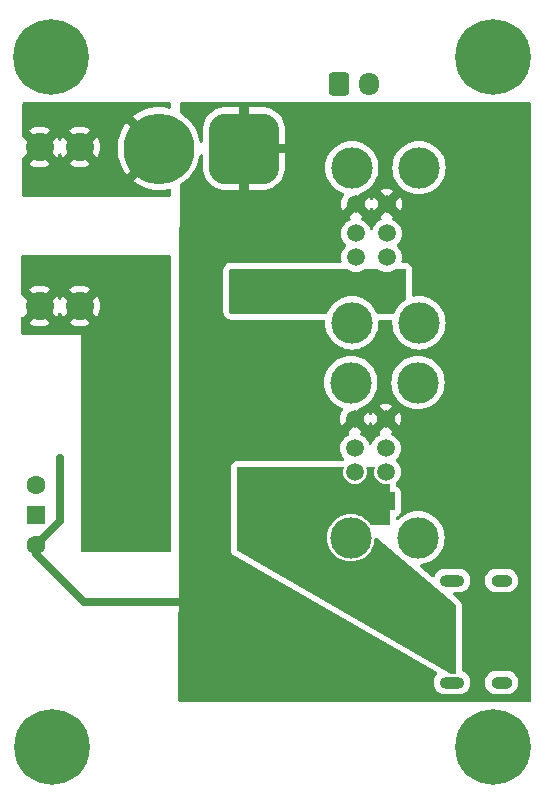
<source format=gbr>
%TF.GenerationSoftware,KiCad,Pcbnew,8.0.3*%
%TF.CreationDate,2024-06-19T16:29:22+09:00*%
%TF.ProjectId,USB_power,5553425f-706f-4776-9572-2e6b69636164,rev?*%
%TF.SameCoordinates,PX77e7cd0PY83695b8*%
%TF.FileFunction,Copper,L2,Bot*%
%TF.FilePolarity,Positive*%
%FSLAX46Y46*%
G04 Gerber Fmt 4.6, Leading zero omitted, Abs format (unit mm)*
G04 Created by KiCad (PCBNEW 8.0.3) date 2024-06-19 16:29:22*
%MOMM*%
%LPD*%
G01*
G04 APERTURE LIST*
G04 Aperture macros list*
%AMRoundRect*
0 Rectangle with rounded corners*
0 $1 Rounding radius*
0 $2 $3 $4 $5 $6 $7 $8 $9 X,Y pos of 4 corners*
0 Add a 4 corners polygon primitive as box body*
4,1,4,$2,$3,$4,$5,$6,$7,$8,$9,$2,$3,0*
0 Add four circle primitives for the rounded corners*
1,1,$1+$1,$2,$3*
1,1,$1+$1,$4,$5*
1,1,$1+$1,$6,$7*
1,1,$1+$1,$8,$9*
0 Add four rect primitives between the rounded corners*
20,1,$1+$1,$2,$3,$4,$5,0*
20,1,$1+$1,$4,$5,$6,$7,0*
20,1,$1+$1,$6,$7,$8,$9,0*
20,1,$1+$1,$8,$9,$2,$3,0*%
G04 Aperture macros list end*
%TA.AperFunction,ComponentPad*%
%ADD10C,0.800000*%
%TD*%
%TA.AperFunction,ComponentPad*%
%ADD11C,6.400000*%
%TD*%
%TA.AperFunction,ComponentPad*%
%ADD12C,1.600000*%
%TD*%
%TA.AperFunction,ComponentPad*%
%ADD13R,1.500000X1.500000*%
%TD*%
%TA.AperFunction,ComponentPad*%
%ADD14C,2.400000*%
%TD*%
%TA.AperFunction,ComponentPad*%
%ADD15O,1.800000X1.000000*%
%TD*%
%TA.AperFunction,ComponentPad*%
%ADD16O,2.100000X1.000000*%
%TD*%
%TA.AperFunction,ComponentPad*%
%ADD17O,1.700000X1.950000*%
%TD*%
%TA.AperFunction,ComponentPad*%
%ADD18RoundRect,0.250000X-0.600000X-0.725000X0.600000X-0.725000X0.600000X0.725000X-0.600000X0.725000X0*%
%TD*%
%TA.AperFunction,ComponentPad*%
%ADD19C,3.500000*%
%TD*%
%TA.AperFunction,ComponentPad*%
%ADD20C,1.500000*%
%TD*%
%TA.AperFunction,ComponentPad*%
%ADD21C,6.000000*%
%TD*%
%TA.AperFunction,ComponentPad*%
%ADD22RoundRect,1.500000X1.500000X1.500000X-1.500000X1.500000X-1.500000X-1.500000X1.500000X-1.500000X0*%
%TD*%
%TA.AperFunction,ViaPad*%
%ADD23C,0.600000*%
%TD*%
%TA.AperFunction,ViaPad*%
%ADD24C,1.200000*%
%TD*%
%TA.AperFunction,Conductor*%
%ADD25C,0.635000*%
%TD*%
G04 APERTURE END LIST*
D10*
%TO.P,H4,1*%
%TO.N,N/C*%
X1490944Y3856056D03*
X2193888Y5553112D03*
X2193888Y2159000D03*
X3890944Y6256056D03*
D11*
X3890944Y3856056D03*
D10*
X3890944Y1456056D03*
X5588000Y5553112D03*
X5588000Y2159000D03*
X6290944Y3856056D03*
%TD*%
%TO.P,H3,1*%
%TO.N,N/C*%
X38875000Y3810000D03*
X39577944Y5507056D03*
X39577944Y2112944D03*
X41275000Y6210000D03*
D11*
X41275000Y3810000D03*
D10*
X41275000Y1410000D03*
X42972056Y5507056D03*
X42972056Y2112944D03*
X43675000Y3810000D03*
%TD*%
%TO.P,H2,1*%
%TO.N,N/C*%
X38875000Y62230000D03*
X39577944Y63927056D03*
X39577944Y60532944D03*
X41275000Y64630000D03*
D11*
X41275000Y62230000D03*
D10*
X41275000Y59830000D03*
X42972056Y63927056D03*
X42972056Y60532944D03*
X43675000Y62230000D03*
%TD*%
%TO.P,H1,1*%
%TO.N,N/C*%
X1410000Y62230000D03*
X2112944Y63927056D03*
X2112944Y60532944D03*
X3810000Y64630000D03*
D11*
X3810000Y62230000D03*
D10*
X3810000Y59830000D03*
X5507056Y63927056D03*
X5507056Y60532944D03*
X6210000Y62230000D03*
%TD*%
D12*
%TO.P,SW1,3,A*%
%TO.N,Net-(SW1-A)*%
X2540000Y26035000D03*
%TO.P,SW1,2,C*%
%TO.N,GND*%
X2540000Y20955000D03*
D13*
%TO.P,SW1,1,B*%
%TO.N,CTRL*%
X2540000Y23495000D03*
%TD*%
D14*
%TO.P,F1,2*%
%TO.N,+BATT*%
X6272000Y54618000D03*
X2872000Y54618000D03*
%TO.P,F1,1*%
%TO.N,Battery*%
X6272000Y41148000D03*
X2872000Y41148000D03*
%TD*%
D15*
%TO.P,J4,S1,SHIELD*%
%TO.N,unconnected-(J4-SHIELD-PadS1)_1*%
X41969000Y17909000D03*
D16*
%TO.N,unconnected-(J4-SHIELD-PadS1)*%
X37789000Y17909000D03*
D15*
%TO.N,unconnected-(J4-SHIELD-PadS1)_0*%
X41969000Y9269000D03*
D16*
%TO.N,unconnected-(J4-SHIELD-PadS1)_2*%
X37789000Y9269000D03*
%TD*%
D17*
%TO.P,J3,2,Pin_2*%
%TO.N,+BATT*%
X30739518Y59938482D03*
D18*
%TO.P,J3,1,Pin_1*%
%TO.N,GND*%
X28239518Y59938482D03*
%TD*%
D19*
%TO.P,J2,9,Shield*%
%TO.N,unconnected-(J2-Shield-Pad9)_2*%
X29293518Y52863482D03*
%TO.N,unconnected-(J2-Shield-Pad9)_0*%
X29293518Y39723482D03*
%TO.N,unconnected-(J2-Shield-Pad9)_1*%
X34973518Y52863482D03*
%TO.N,unconnected-(J2-Shield-Pad9)*%
X34973518Y39723482D03*
D20*
%TO.P,J2,8,GND2*%
%TO.N,GND*%
X29643518Y49793482D03*
%TO.P,J2,7,D2+*%
%TO.N,unconnected-(J2-D2+-Pad7)*%
X29643518Y47293482D03*
%TO.P,J2,6,D2-*%
%TO.N,unconnected-(J2-D2--Pad6)*%
X29643518Y45293482D03*
%TO.P,J2,5,VBUS2*%
%TO.N,+5VP*%
X29643518Y42793482D03*
%TO.P,J2,4,GND1*%
%TO.N,GND*%
X32263518Y49793482D03*
%TO.P,J2,3,D1+*%
%TO.N,unconnected-(J2-D1+-Pad3)*%
X32263518Y47293482D03*
%TO.P,J2,2,D1-*%
%TO.N,unconnected-(J2-D1--Pad2)*%
X32263518Y45293482D03*
D13*
%TO.P,J2,1,VBUS1*%
%TO.N,+5VP*%
X32263518Y42793482D03*
%TD*%
D21*
%TO.P,J1,2,Pin_2*%
%TO.N,+BATT*%
X12959518Y54477482D03*
D22*
%TO.P,J1,1,Pin_1*%
%TO.N,GND*%
X20159518Y54477482D03*
%TD*%
D19*
%TO.P,J5,9,Shield*%
%TO.N,unconnected-(J5-Shield-Pad9)*%
X29210000Y34671000D03*
%TO.N,unconnected-(J5-Shield-Pad9)_0*%
X29210000Y21531000D03*
%TO.N,unconnected-(J5-Shield-Pad9)_2*%
X34890000Y34671000D03*
%TO.N,unconnected-(J5-Shield-Pad9)_1*%
X34890000Y21531000D03*
D20*
%TO.P,J5,8,GND2*%
%TO.N,GND*%
X29560000Y31601000D03*
%TO.P,J5,7,D2+*%
%TO.N,unconnected-(J5-D2+-Pad7)*%
X29560000Y29101000D03*
%TO.P,J5,6,D2-*%
%TO.N,unconnected-(J5-D2--Pad6)*%
X29560000Y27101000D03*
%TO.P,J5,5,VBUS2*%
%TO.N,+5V*%
X29560000Y24601000D03*
%TO.P,J5,4,GND1*%
%TO.N,GND*%
X32180000Y31601000D03*
%TO.P,J5,3,D1+*%
%TO.N,unconnected-(J5-D1+-Pad3)*%
X32180000Y29101000D03*
%TO.P,J5,2,D1-*%
%TO.N,unconnected-(J5-D1--Pad2)*%
X32180000Y27101000D03*
D13*
%TO.P,J5,1,VBUS1*%
%TO.N,+5V*%
X32180000Y24601000D03*
%TD*%
D23*
%TO.N,Battery*%
X7112000Y44577000D03*
X5080000Y44577000D03*
X3048000Y44577000D03*
X3048000Y39243000D03*
X5080000Y39243000D03*
X7112000Y38735000D03*
X7620000Y31877000D03*
X7620000Y33401000D03*
X7620000Y34925000D03*
%TO.N,GND*%
X4572000Y28321000D03*
%TO.N,Battery*%
X12954000Y35814000D03*
X12954000Y37592000D03*
X12954000Y34036000D03*
%TO.N,GND*%
X15494000Y9271000D03*
X18034000Y9271000D03*
X20574000Y9271000D03*
%TO.N,+5VP*%
X32258000Y41021000D03*
X27051000Y41275000D03*
X27305000Y43307000D03*
%TO.N,GND*%
X17653000Y34925000D03*
X17658518Y39364482D03*
D24*
X40899518Y16129000D03*
D23*
X17526000Y20193000D03*
D24*
X39248518Y11303000D03*
D23*
X27686000Y9779000D03*
X20325518Y28823482D03*
X17785518Y28823482D03*
X22606000Y16891000D03*
D24*
X39223118Y16129000D03*
D23*
X27686000Y11811000D03*
D24*
X40899518Y11303000D03*
D23*
X22606000Y14351000D03*
D24*
X31755518Y9011482D03*
D23*
X25146000Y14351000D03*
D24*
X42677518Y11303000D03*
D23*
X17658518Y36316482D03*
D24*
X35311518Y9011482D03*
X42677518Y16129000D03*
X33533518Y9011482D03*
D23*
X17526000Y21717000D03*
X17526000Y18669000D03*
X17526000Y17145000D03*
X17658518Y37840482D03*
%TO.N,Battery*%
X12954000Y21463000D03*
X9398000Y21463000D03*
X13081000Y28823482D03*
X9144000Y27559000D03*
X11176000Y39243000D03*
X9398000Y39243000D03*
X12954000Y39243000D03*
X11176000Y21463000D03*
X9144000Y26289000D03*
D24*
%TO.N,+5V*%
X35306000Y12319000D03*
D23*
X22606000Y25019000D03*
X25146000Y22479000D03*
X32766000Y17399000D03*
X25146000Y19939000D03*
X22606000Y22479000D03*
X30226000Y17399000D03*
X22606000Y19939000D03*
X25146000Y25019000D03*
X27686000Y17399000D03*
X30226000Y14859000D03*
D24*
X35311518Y14726482D03*
D23*
X32766000Y14859000D03*
%TD*%
D25*
%TO.N,GND*%
X4572000Y22987000D02*
X2540000Y20955000D01*
X4572000Y28321000D02*
X4572000Y22987000D01*
X16510000Y16129000D02*
X17526000Y17145000D01*
X6604000Y16129000D02*
X16510000Y16129000D01*
X2540000Y20955000D02*
X2540000Y20193000D01*
X2540000Y20193000D02*
X6604000Y16129000D01*
X17526000Y17145000D02*
X17526000Y21717000D01*
%TD*%
%TA.AperFunction,Conductor*%
%TO.N,GND*%
G36*
X44398544Y58400315D02*
G01*
X44444299Y58347511D01*
X44455504Y58295990D01*
X44453061Y35798666D01*
X44450013Y7743965D01*
X44430321Y7676927D01*
X44377512Y7631178D01*
X44326036Y7619978D01*
X14734838Y7614505D01*
X14667795Y7634177D01*
X14622030Y7686973D01*
X14610815Y7738801D01*
X14646532Y22676120D01*
X19052500Y22676120D01*
X19052500Y20518716D01*
X19061352Y20444909D01*
X19066838Y20399175D01*
X19080709Y20342186D01*
X19122915Y20229416D01*
X19173902Y20158045D01*
X19206551Y20112342D01*
X19254843Y20061848D01*
X19368072Y19973080D01*
X19368078Y19973077D01*
X19368080Y19973075D01*
X36468532Y10134459D01*
X36516824Y10083965D01*
X36530150Y10015378D01*
X36504280Y9950474D01*
X36494376Y9939299D01*
X36461864Y9906787D01*
X36461860Y9906782D01*
X36352371Y9742921D01*
X36352364Y9742908D01*
X36276950Y9560840D01*
X36276947Y9560830D01*
X36238500Y9367544D01*
X36238500Y9367541D01*
X36238500Y9170459D01*
X36238500Y9170457D01*
X36238499Y9170457D01*
X36276947Y8977171D01*
X36276950Y8977161D01*
X36352364Y8795093D01*
X36352371Y8795080D01*
X36461860Y8631219D01*
X36461863Y8631215D01*
X36601214Y8491864D01*
X36601218Y8491861D01*
X36765079Y8382372D01*
X36765092Y8382365D01*
X36947160Y8306951D01*
X36947165Y8306949D01*
X36947169Y8306949D01*
X36947170Y8306948D01*
X37140456Y8268500D01*
X37140459Y8268500D01*
X38437543Y8268500D01*
X38567582Y8294368D01*
X38630835Y8306949D01*
X38812914Y8382368D01*
X38976782Y8491861D01*
X39116139Y8631218D01*
X39225632Y8795086D01*
X39301051Y8977165D01*
X39339500Y9170457D01*
X40568499Y9170457D01*
X40606947Y8977171D01*
X40606950Y8977161D01*
X40682364Y8795093D01*
X40682371Y8795080D01*
X40791860Y8631219D01*
X40791863Y8631215D01*
X40931214Y8491864D01*
X40931218Y8491861D01*
X41095079Y8382372D01*
X41095092Y8382365D01*
X41277160Y8306951D01*
X41277165Y8306949D01*
X41277169Y8306949D01*
X41277170Y8306948D01*
X41470456Y8268500D01*
X41470459Y8268500D01*
X42467543Y8268500D01*
X42597582Y8294368D01*
X42660835Y8306949D01*
X42842914Y8382368D01*
X43006782Y8491861D01*
X43146139Y8631218D01*
X43255632Y8795086D01*
X43331051Y8977165D01*
X43369500Y9170459D01*
X43369500Y9367541D01*
X43369500Y9367544D01*
X43331052Y9560830D01*
X43331051Y9560831D01*
X43331051Y9560835D01*
X43331049Y9560840D01*
X43255635Y9742908D01*
X43255628Y9742921D01*
X43146139Y9906782D01*
X43146136Y9906786D01*
X43006785Y10046137D01*
X43006781Y10046140D01*
X42842920Y10155629D01*
X42842907Y10155636D01*
X42660839Y10231050D01*
X42660829Y10231053D01*
X42467543Y10269500D01*
X42467541Y10269500D01*
X41470459Y10269500D01*
X41470457Y10269500D01*
X41277170Y10231053D01*
X41277160Y10231050D01*
X41095092Y10155636D01*
X41095079Y10155629D01*
X40931218Y10046140D01*
X40931214Y10046137D01*
X40791863Y9906786D01*
X40791860Y9906782D01*
X40682371Y9742921D01*
X40682364Y9742908D01*
X40606950Y9560840D01*
X40606947Y9560830D01*
X40568500Y9367544D01*
X40568500Y9367541D01*
X40568500Y9170459D01*
X40568500Y9170457D01*
X40568499Y9170457D01*
X39339500Y9170457D01*
X39339500Y9170459D01*
X39339500Y9367541D01*
X39339500Y9367544D01*
X39301052Y9560830D01*
X39301051Y9560831D01*
X39301051Y9560835D01*
X39301049Y9560840D01*
X39225635Y9742908D01*
X39225628Y9742921D01*
X39116139Y9906782D01*
X39116136Y9906786D01*
X38976785Y10046137D01*
X38976781Y10046140D01*
X38812920Y10155629D01*
X38812911Y10155634D01*
X38682047Y10209839D01*
X38627644Y10253680D01*
X38605579Y10319974D01*
X38605500Y10324400D01*
X38605500Y15817389D01*
X38599875Y15892577D01*
X38599872Y15892603D01*
X38599872Y15892606D01*
X38594380Y15929102D01*
X38577616Y16002666D01*
X38577614Y16002671D01*
X38516131Y16132742D01*
X38477583Y16191022D01*
X38381946Y16298504D01*
X37918272Y16689729D01*
X37879729Y16748004D01*
X37878811Y16817868D01*
X37915810Y16877138D01*
X37978978Y16906995D01*
X37998237Y16908500D01*
X38437543Y16908500D01*
X38567582Y16934368D01*
X38630835Y16946949D01*
X38812914Y17022368D01*
X38976782Y17131861D01*
X39116139Y17271218D01*
X39225632Y17435086D01*
X39301051Y17617165D01*
X39339500Y17810457D01*
X40568499Y17810457D01*
X40606947Y17617171D01*
X40606950Y17617161D01*
X40682364Y17435093D01*
X40682371Y17435080D01*
X40791860Y17271219D01*
X40791863Y17271215D01*
X40931214Y17131864D01*
X40931218Y17131861D01*
X41095079Y17022372D01*
X41095092Y17022365D01*
X41277160Y16946951D01*
X41277165Y16946949D01*
X41277169Y16946949D01*
X41277170Y16946948D01*
X41470456Y16908500D01*
X41470459Y16908500D01*
X42467543Y16908500D01*
X42597582Y16934368D01*
X42660835Y16946949D01*
X42842914Y17022368D01*
X43006782Y17131861D01*
X43146139Y17271218D01*
X43255632Y17435086D01*
X43331051Y17617165D01*
X43369500Y17810459D01*
X43369500Y18007541D01*
X43369500Y18007544D01*
X43331052Y18200830D01*
X43331051Y18200831D01*
X43331051Y18200835D01*
X43304897Y18263978D01*
X43255635Y18382908D01*
X43255628Y18382921D01*
X43146139Y18546782D01*
X43146136Y18546786D01*
X43006785Y18686137D01*
X43006781Y18686140D01*
X42842920Y18795629D01*
X42842907Y18795636D01*
X42660839Y18871050D01*
X42660829Y18871053D01*
X42467543Y18909500D01*
X42467541Y18909500D01*
X41470459Y18909500D01*
X41470457Y18909500D01*
X41277170Y18871053D01*
X41277160Y18871050D01*
X41095092Y18795636D01*
X41095079Y18795629D01*
X40931218Y18686140D01*
X40931214Y18686137D01*
X40791863Y18546786D01*
X40791860Y18546782D01*
X40682371Y18382921D01*
X40682364Y18382908D01*
X40606950Y18200840D01*
X40606947Y18200830D01*
X40568500Y18007544D01*
X40568500Y18007541D01*
X40568500Y17810459D01*
X40568500Y17810457D01*
X40568499Y17810457D01*
X39339500Y17810457D01*
X39339500Y17810459D01*
X39339500Y18007541D01*
X39339500Y18007544D01*
X39301052Y18200830D01*
X39301051Y18200831D01*
X39301051Y18200835D01*
X39274897Y18263978D01*
X39225635Y18382908D01*
X39225628Y18382921D01*
X39116139Y18546782D01*
X39116136Y18546786D01*
X38976785Y18686137D01*
X38976781Y18686140D01*
X38812920Y18795629D01*
X38812907Y18795636D01*
X38630839Y18871050D01*
X38630829Y18871053D01*
X38437543Y18909500D01*
X38437541Y18909500D01*
X37140459Y18909500D01*
X37140457Y18909500D01*
X36947170Y18871053D01*
X36947160Y18871050D01*
X36765092Y18795636D01*
X36765079Y18795629D01*
X36601218Y18686140D01*
X36601214Y18686137D01*
X36461863Y18546786D01*
X36461860Y18546782D01*
X36352371Y18382921D01*
X36352364Y18382908D01*
X36303103Y18263978D01*
X36259262Y18209574D01*
X36192968Y18187509D01*
X36125269Y18204788D01*
X36108578Y18216658D01*
X35091210Y19075063D01*
X35052666Y19133339D01*
X35051748Y19203203D01*
X35088747Y19262473D01*
X35151915Y19292330D01*
X35163046Y19293568D01*
X35184380Y19294966D01*
X35473722Y19352519D01*
X35753077Y19447348D01*
X36017665Y19577828D01*
X36262957Y19741727D01*
X36484758Y19936242D01*
X36679273Y20158043D01*
X36843172Y20403335D01*
X36973652Y20667923D01*
X37068481Y20947278D01*
X37126034Y21236620D01*
X37131059Y21313288D01*
X37145329Y21530993D01*
X37145329Y21531008D01*
X37126035Y21825364D01*
X37126034Y21825380D01*
X37068481Y22114722D01*
X36973652Y22394077D01*
X36843172Y22658664D01*
X36831508Y22676120D01*
X36762500Y22779399D01*
X36679273Y22903957D01*
X36636655Y22952553D01*
X36484758Y23125759D01*
X36262955Y23320275D01*
X36017667Y23484171D01*
X36017660Y23484175D01*
X35753080Y23614651D01*
X35473730Y23709479D01*
X35473724Y23709481D01*
X35473722Y23709481D01*
X35184380Y23767034D01*
X35184373Y23767035D01*
X35184363Y23767036D01*
X34890007Y23786329D01*
X34889993Y23786329D01*
X34595636Y23767036D01*
X34595624Y23767035D01*
X34595620Y23767034D01*
X34595612Y23767033D01*
X34595609Y23767032D01*
X34306283Y23709482D01*
X34306269Y23709479D01*
X34026919Y23614651D01*
X33762334Y23484172D01*
X33517041Y23320272D01*
X33295241Y23125759D01*
X33234728Y23056756D01*
X33175726Y23019332D01*
X33105858Y23019748D01*
X33047305Y23057872D01*
X33018659Y23121599D01*
X33017500Y23138515D01*
X33017500Y23263361D01*
X33037185Y23330400D01*
X33089989Y23376155D01*
X33098168Y23379543D01*
X33172326Y23407202D01*
X33172326Y23407203D01*
X33172331Y23407204D01*
X33287546Y23493454D01*
X33373796Y23608669D01*
X33424091Y23743517D01*
X33430500Y23803127D01*
X33430499Y25398872D01*
X33424091Y25458483D01*
X33373796Y25593331D01*
X33373795Y25593332D01*
X33373793Y25593336D01*
X33287547Y25708545D01*
X33287544Y25708548D01*
X33172335Y25794794D01*
X33172328Y25794798D01*
X33098167Y25822458D01*
X33042233Y25864329D01*
X33017816Y25929794D01*
X33017500Y25938640D01*
X33017500Y25991539D01*
X33017499Y25991554D01*
X33004665Y26088479D01*
X33015379Y26157522D01*
X33039907Y26192434D01*
X33141598Y26294123D01*
X33267102Y26473361D01*
X33359575Y26671670D01*
X33416207Y26883023D01*
X33435277Y27101000D01*
X33416207Y27318977D01*
X33359575Y27530330D01*
X33267102Y27728638D01*
X33267100Y27728641D01*
X33267099Y27728643D01*
X33141597Y27907879D01*
X33036156Y28013320D01*
X33002671Y28074643D01*
X33007655Y28144335D01*
X33036152Y28188678D01*
X33141598Y28294123D01*
X33267102Y28473361D01*
X33359575Y28671670D01*
X33416207Y28883023D01*
X33435277Y29101000D01*
X33416207Y29318977D01*
X33359575Y29530330D01*
X33267102Y29728638D01*
X33267100Y29728641D01*
X33267099Y29728643D01*
X33141599Y29907876D01*
X33141596Y29907879D01*
X32986877Y30062598D01*
X32807639Y30188102D01*
X32807640Y30188102D01*
X32807638Y30188103D01*
X32698714Y30238895D01*
X32646275Y30285068D01*
X32627123Y30352261D01*
X32647339Y30419142D01*
X32698715Y30463659D01*
X32734820Y30480495D01*
X32180001Y31035315D01*
X32180000Y31035315D01*
X31625178Y30480495D01*
X31661284Y30463659D01*
X31713724Y30417487D01*
X31732876Y30350294D01*
X31712661Y30283412D01*
X31661286Y30238895D01*
X31552358Y30188100D01*
X31552357Y30188100D01*
X31373121Y30062598D01*
X31218402Y29907879D01*
X31092900Y29728643D01*
X31092898Y29728639D01*
X31000426Y29530332D01*
X31000423Y29530326D01*
X30989775Y29490584D01*
X30953410Y29430924D01*
X30890563Y29400395D01*
X30821187Y29408690D01*
X30767310Y29453175D01*
X30750225Y29490584D01*
X30739576Y29530326D01*
X30739575Y29530330D01*
X30647102Y29728638D01*
X30647100Y29728641D01*
X30647099Y29728643D01*
X30521599Y29907876D01*
X30521596Y29907879D01*
X30366877Y30062598D01*
X30187639Y30188102D01*
X30187640Y30188102D01*
X30187638Y30188103D01*
X30078714Y30238895D01*
X30026275Y30285068D01*
X30007123Y30352261D01*
X30027339Y30419142D01*
X30078715Y30463659D01*
X30114820Y30480495D01*
X29560001Y31035315D01*
X29560000Y31035315D01*
X29005178Y30480495D01*
X29041284Y30463659D01*
X29093724Y30417487D01*
X29112876Y30350294D01*
X29092661Y30283412D01*
X29041286Y30238895D01*
X28932358Y30188100D01*
X28932357Y30188100D01*
X28753121Y30062598D01*
X28598402Y29907879D01*
X28472900Y29728643D01*
X28472898Y29728639D01*
X28380426Y29530332D01*
X28380422Y29530323D01*
X28323793Y29318980D01*
X28323793Y29318976D01*
X28304723Y29101003D01*
X28304723Y29100998D01*
X28323793Y28883025D01*
X28323793Y28883021D01*
X28380422Y28671678D01*
X28380424Y28671674D01*
X28380425Y28671670D01*
X28426661Y28572516D01*
X28472897Y28473362D01*
X28472898Y28473361D01*
X28598402Y28294123D01*
X28598405Y28294120D01*
X28598406Y28294119D01*
X28621982Y28270543D01*
X28655467Y28209220D01*
X28650483Y28139528D01*
X28608611Y28083595D01*
X28543147Y28059178D01*
X28516655Y28060124D01*
X28486219Y28064500D01*
X28486218Y28064500D01*
X19687518Y28064500D01*
X19687509Y28064500D01*
X19687508Y28064499D01*
X19580067Y28052948D01*
X19580055Y28052946D01*
X19528545Y28041740D01*
X19426020Y28007617D01*
X19426014Y28007614D01*
X19304980Y27929829D01*
X19304969Y27929821D01*
X19252177Y27884077D01*
X19157951Y27775336D01*
X19157948Y27775332D01*
X19098182Y27644466D01*
X19078494Y27577418D01*
X19058018Y27434999D01*
X19058018Y22723369D01*
X19056756Y22705724D01*
X19052500Y22676120D01*
X14646532Y22676120D01*
X14675213Y34671008D01*
X26954671Y34671008D01*
X26954671Y34670993D01*
X26973964Y34376637D01*
X26973965Y34376627D01*
X26973966Y34376620D01*
X26973968Y34376610D01*
X27031518Y34087284D01*
X27031521Y34087270D01*
X27126349Y33807920D01*
X27256825Y33543340D01*
X27256829Y33543333D01*
X27420725Y33298045D01*
X27615241Y33076242D01*
X27837044Y32881726D01*
X27904411Y32836713D01*
X28082335Y32717828D01*
X28346923Y32587348D01*
X28459447Y32549151D01*
X28495604Y32536877D01*
X28552758Y32496688D01*
X28579111Y32431979D01*
X28566296Y32363294D01*
X28557320Y32348335D01*
X28473336Y32228392D01*
X28473333Y32228388D01*
X28380898Y32030160D01*
X28380894Y32030151D01*
X28324289Y31818895D01*
X28324287Y31818885D01*
X28305225Y31601001D01*
X28305225Y31601000D01*
X28324287Y31383116D01*
X28324289Y31383106D01*
X28380894Y31171850D01*
X28380898Y31171841D01*
X28439494Y31046181D01*
X29116517Y31723205D01*
X29100000Y31661560D01*
X29100000Y31540440D01*
X29131349Y31423447D01*
X29191909Y31318554D01*
X29277554Y31232909D01*
X29382447Y31172349D01*
X29499440Y31141000D01*
X29620560Y31141000D01*
X29737553Y31172349D01*
X29842446Y31232909D01*
X29928091Y31318554D01*
X29988651Y31423447D01*
X30020000Y31540440D01*
X30020000Y31601000D01*
X30125685Y31601000D01*
X30680505Y31046180D01*
X30739102Y31171841D01*
X30739105Y31171850D01*
X30750225Y31213350D01*
X30786589Y31273010D01*
X30849436Y31303540D01*
X30918812Y31295246D01*
X30972690Y31250761D01*
X30989775Y31213350D01*
X31000894Y31171850D01*
X31000898Y31171841D01*
X31059494Y31046181D01*
X31614314Y31601000D01*
X31553754Y31661560D01*
X31720000Y31661560D01*
X31720000Y31540440D01*
X31751349Y31423447D01*
X31811909Y31318554D01*
X31897554Y31232909D01*
X32002447Y31172349D01*
X32119440Y31141000D01*
X32240560Y31141000D01*
X32357553Y31172349D01*
X32462446Y31232909D01*
X32548091Y31318554D01*
X32608651Y31423447D01*
X32640000Y31540440D01*
X32640000Y31601000D01*
X32745685Y31601000D01*
X33300505Y31046180D01*
X33359102Y31171841D01*
X33359105Y31171850D01*
X33415710Y31383106D01*
X33415712Y31383116D01*
X33434775Y31601000D01*
X33434775Y31601001D01*
X33415712Y31818885D01*
X33415710Y31818895D01*
X33359105Y32030151D01*
X33359102Y32030160D01*
X33300505Y32155821D01*
X32745685Y31601000D01*
X32640000Y31601000D01*
X32640000Y31661560D01*
X32608651Y31778553D01*
X32548091Y31883446D01*
X32462446Y31969091D01*
X32357553Y32029651D01*
X32240560Y32061000D01*
X32119440Y32061000D01*
X32002447Y32029651D01*
X31897554Y31969091D01*
X31811909Y31883446D01*
X31751349Y31778553D01*
X31720000Y31661560D01*
X31553754Y31661560D01*
X31059494Y32155820D01*
X31000898Y32030160D01*
X31000894Y32030151D01*
X30989775Y31988651D01*
X30953410Y31928990D01*
X30890563Y31898461D01*
X30821188Y31906756D01*
X30767310Y31951241D01*
X30750225Y31988651D01*
X30739105Y32030151D01*
X30739102Y32030160D01*
X30680505Y32155821D01*
X30125685Y31601000D01*
X30020000Y31601000D01*
X30020000Y31661560D01*
X29988651Y31778553D01*
X29928091Y31883446D01*
X29842446Y31969091D01*
X29737553Y32029651D01*
X29620560Y32061000D01*
X29499440Y32061000D01*
X29437795Y32044483D01*
X29559999Y32166685D01*
X29912723Y32519412D01*
X29960541Y32549148D01*
X30073077Y32587348D01*
X30337665Y32717828D01*
X30343170Y32721506D01*
X31625180Y32721506D01*
X32180000Y32166686D01*
X32734819Y32721506D01*
X32609159Y32780102D01*
X32609150Y32780106D01*
X32397894Y32836711D01*
X32397884Y32836713D01*
X32180001Y32855775D01*
X32179999Y32855775D01*
X31962115Y32836713D01*
X31962105Y32836711D01*
X31750849Y32780106D01*
X31750840Y32780102D01*
X31625180Y32721506D01*
X30343170Y32721506D01*
X30582957Y32881727D01*
X30804758Y33076242D01*
X30999273Y33298043D01*
X31163172Y33543335D01*
X31293652Y33807923D01*
X31388481Y34087278D01*
X31446034Y34376620D01*
X31465329Y34671000D01*
X31465329Y34671008D01*
X32634671Y34671008D01*
X32634671Y34670993D01*
X32653964Y34376637D01*
X32653965Y34376627D01*
X32653966Y34376620D01*
X32653968Y34376610D01*
X32711518Y34087284D01*
X32711521Y34087270D01*
X32806349Y33807920D01*
X32936825Y33543340D01*
X32936829Y33543333D01*
X33100725Y33298045D01*
X33295241Y33076242D01*
X33517044Y32881726D01*
X33584411Y32836713D01*
X33762335Y32717828D01*
X34026923Y32587348D01*
X34306278Y32492519D01*
X34595620Y32434966D01*
X34623888Y32433114D01*
X34889993Y32415671D01*
X34890000Y32415671D01*
X34890007Y32415671D01*
X35138808Y32431979D01*
X35184380Y32434966D01*
X35473722Y32492519D01*
X35753077Y32587348D01*
X36017665Y32717828D01*
X36262957Y32881727D01*
X36484758Y33076242D01*
X36679273Y33298043D01*
X36843172Y33543335D01*
X36973652Y33807923D01*
X37068481Y34087278D01*
X37126034Y34376620D01*
X37145329Y34671000D01*
X37145329Y34671008D01*
X37126035Y34965364D01*
X37126034Y34965380D01*
X37068481Y35254722D01*
X36973652Y35534077D01*
X36843172Y35798664D01*
X36679273Y36043957D01*
X36636655Y36092553D01*
X36484758Y36265759D01*
X36262955Y36460275D01*
X36017667Y36624171D01*
X36017660Y36624175D01*
X35753080Y36754651D01*
X35473730Y36849479D01*
X35473724Y36849481D01*
X35473722Y36849481D01*
X35184380Y36907034D01*
X35184373Y36907035D01*
X35184363Y36907036D01*
X34890007Y36926329D01*
X34889993Y36926329D01*
X34595636Y36907036D01*
X34595624Y36907035D01*
X34595620Y36907034D01*
X34595612Y36907033D01*
X34595609Y36907032D01*
X34306283Y36849482D01*
X34306269Y36849479D01*
X34026919Y36754651D01*
X33762334Y36624172D01*
X33517041Y36460272D01*
X33295241Y36265759D01*
X33100728Y36043959D01*
X32936828Y35798666D01*
X32806349Y35534081D01*
X32711521Y35254731D01*
X32711518Y35254717D01*
X32653968Y34965391D01*
X32653964Y34965364D01*
X32634671Y34671008D01*
X31465329Y34671008D01*
X31446035Y34965364D01*
X31446034Y34965380D01*
X31388481Y35254722D01*
X31293652Y35534077D01*
X31163172Y35798664D01*
X30999273Y36043957D01*
X30956655Y36092553D01*
X30804758Y36265759D01*
X30582955Y36460275D01*
X30337667Y36624171D01*
X30337660Y36624175D01*
X30073080Y36754651D01*
X29793730Y36849479D01*
X29793724Y36849481D01*
X29793722Y36849481D01*
X29504380Y36907034D01*
X29504373Y36907035D01*
X29504363Y36907036D01*
X29210007Y36926329D01*
X29209993Y36926329D01*
X28915636Y36907036D01*
X28915624Y36907035D01*
X28915620Y36907034D01*
X28915612Y36907033D01*
X28915609Y36907032D01*
X28626283Y36849482D01*
X28626269Y36849479D01*
X28346919Y36754651D01*
X28082334Y36624172D01*
X27837041Y36460272D01*
X27615241Y36265759D01*
X27420728Y36043959D01*
X27256828Y35798666D01*
X27126349Y35534081D01*
X27031521Y35254731D01*
X27031518Y35254717D01*
X26973968Y34965391D01*
X26973964Y34965364D01*
X26954671Y34671008D01*
X14675213Y34671008D01*
X14697995Y44198954D01*
X18423018Y44198954D01*
X18423018Y40631524D01*
X18434589Y40523988D01*
X18445813Y40472441D01*
X18445821Y40472411D01*
X18479999Y40369818D01*
X18480001Y40369815D01*
X18557833Y40248803D01*
X18591919Y40209495D01*
X18596793Y40201915D01*
X18603607Y40196016D01*
X18603607Y40196015D01*
X18712379Y40101834D01*
X18750602Y40084396D01*
X18843271Y40042115D01*
X18843278Y40042113D01*
X18843280Y40042112D01*
X18882819Y40030518D01*
X18910330Y40022451D01*
X18991788Y40010771D01*
X19052750Y40002028D01*
X19052752Y40002029D01*
X19052753Y40002028D01*
X19063639Y40002033D01*
X26924198Y40004929D01*
X26991243Y39985269D01*
X27037017Y39932482D01*
X27047976Y39872820D01*
X27038190Y39723489D01*
X27038189Y39723475D01*
X27057482Y39429119D01*
X27057483Y39429109D01*
X27057484Y39429102D01*
X27057486Y39429092D01*
X27115036Y39139766D01*
X27115039Y39139752D01*
X27209867Y38860402D01*
X27340343Y38595822D01*
X27340347Y38595815D01*
X27504243Y38350527D01*
X27698759Y38128724D01*
X27920561Y37934209D01*
X28165853Y37770310D01*
X28430441Y37639830D01*
X28709796Y37545001D01*
X28999138Y37487448D01*
X29027406Y37485596D01*
X29293511Y37468153D01*
X29293518Y37468153D01*
X29293525Y37468153D01*
X29529193Y37483601D01*
X29587898Y37487448D01*
X29877240Y37545001D01*
X30156595Y37639830D01*
X30421183Y37770310D01*
X30666475Y37934209D01*
X30888276Y38128724D01*
X31082791Y38350525D01*
X31246690Y38595817D01*
X31377170Y38860405D01*
X31471999Y39139760D01*
X31529552Y39429102D01*
X31548847Y39723482D01*
X31548846Y39723490D01*
X31538944Y39874563D01*
X31554201Y39942747D01*
X31603899Y39991857D01*
X31662631Y40006674D01*
X32604335Y40007022D01*
X32671380Y39987362D01*
X32717154Y39934575D01*
X32728114Y39874913D01*
X32718190Y39723489D01*
X32718189Y39723476D01*
X32718189Y39723475D01*
X32737482Y39429119D01*
X32737483Y39429109D01*
X32737484Y39429102D01*
X32737486Y39429092D01*
X32795036Y39139766D01*
X32795039Y39139752D01*
X32889867Y38860402D01*
X33020343Y38595822D01*
X33020347Y38595815D01*
X33184243Y38350527D01*
X33378759Y38128724D01*
X33600561Y37934209D01*
X33845853Y37770310D01*
X34110441Y37639830D01*
X34389796Y37545001D01*
X34679138Y37487448D01*
X34707406Y37485596D01*
X34973511Y37468153D01*
X34973518Y37468153D01*
X34973525Y37468153D01*
X35209193Y37483601D01*
X35267898Y37487448D01*
X35557240Y37545001D01*
X35836595Y37639830D01*
X36101183Y37770310D01*
X36346475Y37934209D01*
X36568276Y38128724D01*
X36762791Y38350525D01*
X36926690Y38595817D01*
X37057170Y38860405D01*
X37151999Y39139760D01*
X37209552Y39429102D01*
X37228847Y39723482D01*
X37228847Y39723489D01*
X37228847Y39723490D01*
X37210397Y40004977D01*
X37209552Y40017862D01*
X37151999Y40307204D01*
X37057170Y40586559D01*
X36926690Y40851146D01*
X36762791Y41096439D01*
X36720173Y41145035D01*
X36568276Y41318241D01*
X36346473Y41512757D01*
X36101185Y41676653D01*
X36101178Y41676657D01*
X35836598Y41807133D01*
X35557248Y41901961D01*
X35557242Y41901963D01*
X35557240Y41901963D01*
X35267898Y41959516D01*
X35267891Y41959517D01*
X35267881Y41959518D01*
X34973525Y41978811D01*
X34973511Y41978811D01*
X34679154Y41959518D01*
X34679138Y41959516D01*
X34564930Y41936799D01*
X34495339Y41943028D01*
X34440162Y41985891D01*
X34416918Y42051781D01*
X34416740Y42058597D01*
X34419836Y44192606D01*
X34419835Y44192607D01*
X34419836Y44192615D01*
X34408381Y44300354D01*
X34397194Y44352004D01*
X34363048Y44454818D01*
X34285305Y44575887D01*
X34239570Y44628708D01*
X34239567Y44628711D01*
X34130864Y44722973D01*
X34130863Y44722974D01*
X34130860Y44722976D01*
X34000013Y44782790D01*
X34000010Y44782791D01*
X33932972Y44802502D01*
X33790573Y44823028D01*
X33593646Y44823101D01*
X33526614Y44842811D01*
X33480878Y44895632D01*
X33470961Y44964794D01*
X33473914Y44979180D01*
X33499725Y45075505D01*
X33518795Y45293482D01*
X33499725Y45511459D01*
X33443093Y45722812D01*
X33350620Y45921120D01*
X33350618Y45921123D01*
X33350617Y45921125D01*
X33225115Y46100361D01*
X33119674Y46205802D01*
X33086189Y46267125D01*
X33091173Y46336817D01*
X33119670Y46381160D01*
X33225116Y46486605D01*
X33350620Y46665843D01*
X33443093Y46864152D01*
X33499725Y47075505D01*
X33518795Y47293482D01*
X33499725Y47511459D01*
X33443093Y47722812D01*
X33350620Y47921120D01*
X33350618Y47921123D01*
X33350617Y47921125D01*
X33225117Y48100358D01*
X33225114Y48100361D01*
X33070395Y48255080D01*
X32891157Y48380584D01*
X32891158Y48380584D01*
X32891156Y48380585D01*
X32782232Y48431377D01*
X32729793Y48477550D01*
X32710641Y48544743D01*
X32730857Y48611624D01*
X32782233Y48656141D01*
X32818338Y48672977D01*
X32263519Y49227797D01*
X32263518Y49227797D01*
X31708696Y48672977D01*
X31744802Y48656141D01*
X31797242Y48609969D01*
X31816394Y48542776D01*
X31796179Y48475894D01*
X31744804Y48431377D01*
X31635876Y48380582D01*
X31635875Y48380582D01*
X31456639Y48255080D01*
X31301920Y48100361D01*
X31176418Y47921125D01*
X31176416Y47921121D01*
X31083944Y47722814D01*
X31083941Y47722808D01*
X31073293Y47683066D01*
X31036928Y47623406D01*
X30974081Y47592877D01*
X30904705Y47601172D01*
X30850828Y47645657D01*
X30833743Y47683066D01*
X30823094Y47722808D01*
X30823093Y47722812D01*
X30730620Y47921120D01*
X30730618Y47921123D01*
X30730617Y47921125D01*
X30605117Y48100358D01*
X30605114Y48100361D01*
X30450395Y48255080D01*
X30271157Y48380584D01*
X30271158Y48380584D01*
X30271156Y48380585D01*
X30162232Y48431377D01*
X30109793Y48477550D01*
X30090641Y48544743D01*
X30110857Y48611624D01*
X30162233Y48656141D01*
X30198338Y48672977D01*
X29643519Y49227797D01*
X29643518Y49227797D01*
X29088696Y48672977D01*
X29124802Y48656141D01*
X29177242Y48609969D01*
X29196394Y48542776D01*
X29176179Y48475894D01*
X29124804Y48431377D01*
X29015876Y48380582D01*
X29015875Y48380582D01*
X28836639Y48255080D01*
X28681920Y48100361D01*
X28556418Y47921125D01*
X28556416Y47921121D01*
X28463944Y47722814D01*
X28463940Y47722805D01*
X28407311Y47511462D01*
X28407311Y47511458D01*
X28388241Y47293485D01*
X28388241Y47293480D01*
X28407311Y47075507D01*
X28407311Y47075503D01*
X28463940Y46864160D01*
X28463942Y46864156D01*
X28463943Y46864152D01*
X28510179Y46764998D01*
X28556415Y46665844D01*
X28556416Y46665843D01*
X28681920Y46486605D01*
X28681924Y46486601D01*
X28787361Y46381164D01*
X28820846Y46319841D01*
X28815862Y46250149D01*
X28787362Y46205802D01*
X28681918Y46100358D01*
X28556418Y45921125D01*
X28556416Y45921121D01*
X28463944Y45722814D01*
X28463940Y45722805D01*
X28407311Y45511462D01*
X28407311Y45511458D01*
X28388241Y45293485D01*
X28388241Y45293480D01*
X28407311Y45075507D01*
X28407311Y45075503D01*
X28432596Y44981139D01*
X28430933Y44911289D01*
X28391770Y44853427D01*
X28327542Y44825923D01*
X28312775Y44825046D01*
X19052746Y44828455D01*
X18945187Y44816921D01*
X18945186Y44816921D01*
X18893642Y44805717D01*
X18791014Y44771569D01*
X18669980Y44693784D01*
X18669969Y44693776D01*
X18617177Y44648032D01*
X18522951Y44539291D01*
X18522948Y44539287D01*
X18463182Y44408421D01*
X18443494Y44341373D01*
X18423018Y44198954D01*
X14697995Y44198954D01*
X14715158Y51376715D01*
X14735003Y51443705D01*
X14771617Y51480406D01*
X15019884Y51641631D01*
X15305024Y51872533D01*
X15564467Y52131976D01*
X15795369Y52417116D01*
X15995200Y52724830D01*
X16161773Y53051746D01*
X16293260Y53394283D01*
X16388223Y53748688D01*
X16413045Y53905409D01*
X16442974Y53968543D01*
X16502286Y54005474D01*
X16572148Y54004476D01*
X16630381Y53965866D01*
X16658495Y53901903D01*
X16659518Y53886010D01*
X16659518Y52906046D01*
X16674818Y52692120D01*
X16735627Y52412587D01*
X16835609Y52144524D01*
X16972709Y51893444D01*
X16972710Y51893443D01*
X17144157Y51664417D01*
X17144167Y51664405D01*
X17346440Y51462132D01*
X17346452Y51462122D01*
X17575478Y51290675D01*
X17575479Y51290674D01*
X17826560Y51153574D01*
X17826559Y51153574D01*
X18094622Y51053592D01*
X18374155Y50992783D01*
X18588081Y50977483D01*
X18588084Y50977482D01*
X19759518Y50977482D01*
X19759518Y52260728D01*
X20012045Y52227482D01*
X20306991Y52227482D01*
X20559518Y52260728D01*
X20559518Y50977482D01*
X21730952Y50977482D01*
X21730954Y50977483D01*
X21944880Y50992783D01*
X22224413Y51053592D01*
X22492476Y51153574D01*
X22743556Y51290674D01*
X22743557Y51290675D01*
X22972583Y51462122D01*
X22972595Y51462132D01*
X23174868Y51664405D01*
X23174878Y51664417D01*
X23346325Y51893443D01*
X23346326Y51893444D01*
X23483426Y52144524D01*
X23583408Y52412587D01*
X23644217Y52692120D01*
X23656473Y52863490D01*
X27038189Y52863490D01*
X27038189Y52863475D01*
X27057482Y52569119D01*
X27057483Y52569109D01*
X27057484Y52569102D01*
X27057486Y52569092D01*
X27115036Y52279766D01*
X27115039Y52279752D01*
X27209867Y52000402D01*
X27340343Y51735822D01*
X27340347Y51735815D01*
X27504243Y51490527D01*
X27698759Y51268724D01*
X27920562Y51074208D01*
X28065323Y50977482D01*
X28165853Y50910310D01*
X28430441Y50779830D01*
X28542965Y50741633D01*
X28579122Y50729359D01*
X28636276Y50689170D01*
X28662629Y50624461D01*
X28649814Y50555776D01*
X28640838Y50540817D01*
X28556854Y50420874D01*
X28556851Y50420870D01*
X28464416Y50222642D01*
X28464412Y50222633D01*
X28407807Y50011377D01*
X28407805Y50011367D01*
X28388743Y49793483D01*
X28388743Y49793482D01*
X28407805Y49575598D01*
X28407807Y49575588D01*
X28464412Y49364332D01*
X28464416Y49364323D01*
X28523012Y49238663D01*
X29200035Y49915687D01*
X29183518Y49854042D01*
X29183518Y49732922D01*
X29214867Y49615929D01*
X29275427Y49511036D01*
X29361072Y49425391D01*
X29465965Y49364831D01*
X29582958Y49333482D01*
X29704078Y49333482D01*
X29821071Y49364831D01*
X29925964Y49425391D01*
X30011609Y49511036D01*
X30072169Y49615929D01*
X30103518Y49732922D01*
X30103518Y49793482D01*
X30209203Y49793482D01*
X30764023Y49238662D01*
X30822620Y49364323D01*
X30822623Y49364332D01*
X30833743Y49405832D01*
X30870107Y49465492D01*
X30932954Y49496022D01*
X31002330Y49487728D01*
X31056208Y49443243D01*
X31073293Y49405832D01*
X31084412Y49364332D01*
X31084416Y49364323D01*
X31143012Y49238663D01*
X31697832Y49793482D01*
X31637272Y49854042D01*
X31803518Y49854042D01*
X31803518Y49732922D01*
X31834867Y49615929D01*
X31895427Y49511036D01*
X31981072Y49425391D01*
X32085965Y49364831D01*
X32202958Y49333482D01*
X32324078Y49333482D01*
X32441071Y49364831D01*
X32545964Y49425391D01*
X32631609Y49511036D01*
X32692169Y49615929D01*
X32723518Y49732922D01*
X32723518Y49793482D01*
X32829203Y49793482D01*
X33384023Y49238662D01*
X33442620Y49364323D01*
X33442623Y49364332D01*
X33499228Y49575588D01*
X33499230Y49575598D01*
X33518293Y49793482D01*
X33518293Y49793483D01*
X33499230Y50011367D01*
X33499228Y50011377D01*
X33442623Y50222633D01*
X33442620Y50222642D01*
X33384023Y50348303D01*
X32829203Y49793482D01*
X32723518Y49793482D01*
X32723518Y49854042D01*
X32692169Y49971035D01*
X32631609Y50075928D01*
X32545964Y50161573D01*
X32441071Y50222133D01*
X32324078Y50253482D01*
X32202958Y50253482D01*
X32085965Y50222133D01*
X31981072Y50161573D01*
X31895427Y50075928D01*
X31834867Y49971035D01*
X31803518Y49854042D01*
X31637272Y49854042D01*
X31143012Y50348302D01*
X31084416Y50222642D01*
X31084412Y50222633D01*
X31073293Y50181133D01*
X31036928Y50121472D01*
X30974081Y50090943D01*
X30904706Y50099238D01*
X30850828Y50143723D01*
X30833743Y50181133D01*
X30822623Y50222633D01*
X30822620Y50222642D01*
X30764023Y50348303D01*
X30209203Y49793482D01*
X30103518Y49793482D01*
X30103518Y49854042D01*
X30072169Y49971035D01*
X30011609Y50075928D01*
X29925964Y50161573D01*
X29821071Y50222133D01*
X29704078Y50253482D01*
X29582958Y50253482D01*
X29521313Y50236965D01*
X29643517Y50359167D01*
X29996241Y50711894D01*
X30044059Y50741630D01*
X30156595Y50779830D01*
X30421183Y50910310D01*
X30426688Y50913988D01*
X31708698Y50913988D01*
X32263518Y50359168D01*
X32818337Y50913988D01*
X32692677Y50972584D01*
X32692668Y50972588D01*
X32481412Y51029193D01*
X32481402Y51029195D01*
X32263519Y51048257D01*
X32263517Y51048257D01*
X32045633Y51029195D01*
X32045623Y51029193D01*
X31834367Y50972588D01*
X31834358Y50972584D01*
X31708698Y50913988D01*
X30426688Y50913988D01*
X30666475Y51074209D01*
X30888276Y51268724D01*
X31082791Y51490525D01*
X31246690Y51735817D01*
X31377170Y52000405D01*
X31471999Y52279760D01*
X31529552Y52569102D01*
X31539759Y52724830D01*
X31548847Y52863475D01*
X31548847Y52863490D01*
X32718189Y52863490D01*
X32718189Y52863475D01*
X32737482Y52569119D01*
X32737483Y52569109D01*
X32737484Y52569102D01*
X32737486Y52569092D01*
X32795036Y52279766D01*
X32795039Y52279752D01*
X32889867Y52000402D01*
X33020343Y51735822D01*
X33020347Y51735815D01*
X33184243Y51490527D01*
X33378759Y51268724D01*
X33600562Y51074208D01*
X33745323Y50977482D01*
X33845853Y50910310D01*
X34110441Y50779830D01*
X34389796Y50685001D01*
X34679138Y50627448D01*
X34707406Y50625596D01*
X34973511Y50608153D01*
X34973518Y50608153D01*
X34973525Y50608153D01*
X35222326Y50624461D01*
X35267898Y50627448D01*
X35557240Y50685001D01*
X35836595Y50779830D01*
X36101183Y50910310D01*
X36346475Y51074209D01*
X36568276Y51268724D01*
X36762791Y51490525D01*
X36926690Y51735817D01*
X37057170Y52000405D01*
X37151999Y52279760D01*
X37209552Y52569102D01*
X37219759Y52724830D01*
X37228847Y52863475D01*
X37228847Y52863490D01*
X37209553Y53157846D01*
X37209552Y53157862D01*
X37151999Y53447204D01*
X37057170Y53726559D01*
X36926690Y53991146D01*
X36917116Y54005474D01*
X36846554Y54111078D01*
X36762791Y54236439D01*
X36680732Y54330009D01*
X36568276Y54458241D01*
X36346473Y54652757D01*
X36101185Y54816653D01*
X36101178Y54816657D01*
X35836598Y54947133D01*
X35557248Y55041961D01*
X35557242Y55041963D01*
X35557240Y55041963D01*
X35267898Y55099516D01*
X35267891Y55099517D01*
X35267881Y55099518D01*
X34973525Y55118811D01*
X34973511Y55118811D01*
X34679154Y55099518D01*
X34679142Y55099517D01*
X34679138Y55099516D01*
X34679130Y55099515D01*
X34679127Y55099514D01*
X34389801Y55041964D01*
X34389787Y55041961D01*
X34110437Y54947133D01*
X33845852Y54816654D01*
X33600559Y54652754D01*
X33378759Y54458241D01*
X33184246Y54236441D01*
X33020346Y53991148D01*
X32889867Y53726563D01*
X32795039Y53447213D01*
X32795036Y53447199D01*
X32737486Y53157873D01*
X32737482Y53157846D01*
X32718189Y52863490D01*
X31548847Y52863490D01*
X31529553Y53157846D01*
X31529552Y53157862D01*
X31471999Y53447204D01*
X31377170Y53726559D01*
X31246690Y53991146D01*
X31237116Y54005474D01*
X31166554Y54111078D01*
X31082791Y54236439D01*
X31000732Y54330009D01*
X30888276Y54458241D01*
X30666473Y54652757D01*
X30421185Y54816653D01*
X30421178Y54816657D01*
X30156598Y54947133D01*
X29877248Y55041961D01*
X29877242Y55041963D01*
X29877240Y55041963D01*
X29587898Y55099516D01*
X29587891Y55099517D01*
X29587881Y55099518D01*
X29293525Y55118811D01*
X29293511Y55118811D01*
X28999154Y55099518D01*
X28999142Y55099517D01*
X28999138Y55099516D01*
X28999130Y55099515D01*
X28999127Y55099514D01*
X28709801Y55041964D01*
X28709787Y55041961D01*
X28430437Y54947133D01*
X28165852Y54816654D01*
X27920559Y54652754D01*
X27698759Y54458241D01*
X27504246Y54236441D01*
X27340346Y53991148D01*
X27209867Y53726563D01*
X27115039Y53447213D01*
X27115036Y53447199D01*
X27057486Y53157873D01*
X27057482Y53157846D01*
X27038189Y52863490D01*
X23656473Y52863490D01*
X23659517Y52906046D01*
X23659518Y52906048D01*
X23659518Y54077482D01*
X22376272Y54077482D01*
X22409518Y54330009D01*
X22409518Y54624955D01*
X22376272Y54877482D01*
X23659518Y54877482D01*
X23659518Y56048916D01*
X23659517Y56048919D01*
X23644217Y56262845D01*
X23583408Y56542378D01*
X23483426Y56810441D01*
X23346326Y57061521D01*
X23346325Y57061522D01*
X23174878Y57290548D01*
X23174868Y57290560D01*
X22972595Y57492833D01*
X22972583Y57492843D01*
X22743557Y57664290D01*
X22743556Y57664291D01*
X22492475Y57801391D01*
X22492476Y57801391D01*
X22224413Y57901373D01*
X21944880Y57962182D01*
X21730954Y57977482D01*
X20559518Y57977482D01*
X20559518Y56694237D01*
X20306991Y56727482D01*
X20012045Y56727482D01*
X19759518Y56694237D01*
X19759518Y57977482D01*
X18588081Y57977482D01*
X18374155Y57962182D01*
X18094622Y57901373D01*
X17826559Y57801391D01*
X17575479Y57664291D01*
X17575478Y57664290D01*
X17346452Y57492843D01*
X17346440Y57492833D01*
X17144167Y57290560D01*
X17144157Y57290548D01*
X16972710Y57061522D01*
X16972709Y57061521D01*
X16835609Y56810441D01*
X16735627Y56542378D01*
X16674818Y56262845D01*
X16659518Y56048919D01*
X16659518Y55068955D01*
X16639833Y55001916D01*
X16587029Y54956161D01*
X16517871Y54946217D01*
X16454315Y54975242D01*
X16416541Y55034020D01*
X16413045Y55049557D01*
X16402076Y55118811D01*
X16388223Y55206276D01*
X16293260Y55560681D01*
X16161773Y55903218D01*
X15995200Y56230134D01*
X15995197Y56230139D01*
X15795370Y56537847D01*
X15564470Y56822984D01*
X15564467Y56822988D01*
X15305024Y57082431D01*
X15272528Y57108746D01*
X15019882Y57313335D01*
X14786430Y57464940D01*
X14740927Y57517961D01*
X14729965Y57569229D01*
X14731704Y58296298D01*
X14751549Y58363289D01*
X14804462Y58408917D01*
X14855704Y58420000D01*
X44331505Y58420000D01*
X44398544Y58400315D01*
G37*
%TD.AperFunction*%
%TD*%
%TA.AperFunction,Conductor*%
%TO.N,+5V*%
G36*
X28553257Y27539315D02*
G01*
X28599012Y27486511D01*
X28608956Y27417353D01*
X28604879Y27399005D01*
X28573975Y27297131D01*
X28554659Y27101000D01*
X28573975Y26904871D01*
X28631188Y26716267D01*
X28724086Y26542468D01*
X28724090Y26542461D01*
X28849116Y26390117D01*
X29001460Y26265091D01*
X29001467Y26265087D01*
X29175266Y26172189D01*
X29175269Y26172189D01*
X29175273Y26172186D01*
X29363868Y26114976D01*
X29560000Y26095659D01*
X29756132Y26114976D01*
X29944727Y26172186D01*
X30118538Y26265090D01*
X30270883Y26390117D01*
X30395910Y26542462D01*
X30488814Y26716273D01*
X30546024Y26904868D01*
X30565341Y27101000D01*
X30546024Y27297132D01*
X30515121Y27399005D01*
X30514498Y27468872D01*
X30551746Y27527985D01*
X30615040Y27557575D01*
X30633782Y27559000D01*
X31106218Y27559000D01*
X31173257Y27539315D01*
X31219012Y27486511D01*
X31228956Y27417353D01*
X31224879Y27399005D01*
X31193975Y27297131D01*
X31174659Y27101000D01*
X31193975Y26904871D01*
X31251188Y26716267D01*
X31344086Y26542468D01*
X31344090Y26542461D01*
X31469116Y26390117D01*
X31621460Y26265091D01*
X31621467Y26265087D01*
X31795266Y26172189D01*
X31795269Y26172189D01*
X31795273Y26172186D01*
X31983868Y26114976D01*
X32180000Y26095659D01*
X32375846Y26114948D01*
X32444492Y26101929D01*
X32495202Y26053864D01*
X32512000Y25991545D01*
X32512000Y22735466D01*
X32492315Y22668427D01*
X32439511Y22622672D01*
X32388053Y22611466D01*
X30962684Y22610859D01*
X30895636Y22630515D01*
X30863364Y22660549D01*
X30725745Y22844388D01*
X30725729Y22844406D01*
X30523405Y23046730D01*
X30523387Y23046746D01*
X30294317Y23218225D01*
X30294309Y23218230D01*
X30043166Y23355365D01*
X30043167Y23355365D01*
X29935915Y23395368D01*
X29775046Y23455369D01*
X29775043Y23455370D01*
X29775037Y23455372D01*
X29495433Y23516196D01*
X29210001Y23536610D01*
X29209999Y23536610D01*
X28924566Y23516196D01*
X28644962Y23455372D01*
X28376833Y23355365D01*
X28125690Y23218230D01*
X28125682Y23218225D01*
X27896612Y23046746D01*
X27896594Y23046730D01*
X27694270Y22844406D01*
X27694254Y22844388D01*
X27522775Y22615318D01*
X27522770Y22615310D01*
X27519537Y22609391D01*
X19563518Y22606000D01*
X19563518Y27435000D01*
X19583203Y27502039D01*
X19636007Y27547794D01*
X19687518Y27559000D01*
X28486218Y27559000D01*
X28553257Y27539315D01*
G37*
%TD.AperFunction*%
%TD*%
%TA.AperFunction,Conductor*%
%TO.N,+5VP*%
G36*
X28815480Y44319360D02*
G01*
X28882507Y44299652D01*
X28886524Y44296955D01*
X29015879Y44206380D01*
X29214188Y44113907D01*
X29425541Y44057275D01*
X29608444Y44041274D01*
X29643516Y44038205D01*
X29643518Y44038205D01*
X29643520Y44038205D01*
X29671772Y44040677D01*
X29861495Y44057275D01*
X30072848Y44113907D01*
X30271157Y44206380D01*
X30399612Y44296326D01*
X30465817Y44318653D01*
X30470732Y44318751D01*
X31436856Y44318395D01*
X31503886Y44298686D01*
X31507918Y44295980D01*
X31635879Y44206380D01*
X31834188Y44113907D01*
X32045541Y44057275D01*
X32228444Y44041274D01*
X32263516Y44038205D01*
X32263518Y44038205D01*
X32263520Y44038205D01*
X32291772Y44040677D01*
X32481495Y44057275D01*
X32692848Y44113907D01*
X32891157Y44206380D01*
X33018235Y44295362D01*
X33084440Y44317689D01*
X33089345Y44317786D01*
X33790383Y44317528D01*
X33857415Y44297819D01*
X33903150Y44244998D01*
X33914337Y44193348D01*
X33910845Y41785588D01*
X33891063Y41718577D01*
X33848847Y41678382D01*
X33845846Y41676650D01*
X33600562Y41512757D01*
X33378759Y41318241D01*
X33184246Y41096441D01*
X33020346Y40851148D01*
X32935109Y40678305D01*
X32889866Y40586559D01*
X32889864Y40586556D01*
X32888071Y40582918D01*
X32886554Y40583666D01*
X32847012Y40534674D01*
X32780701Y40512660D01*
X32776416Y40512584D01*
X31490908Y40512110D01*
X31423861Y40531770D01*
X31379345Y40583106D01*
X31378966Y40582918D01*
X31378250Y40584368D01*
X31378087Y40584557D01*
X31377552Y40585785D01*
X31246689Y40851148D01*
X31191560Y40933653D01*
X31082791Y41096439D01*
X31040173Y41145035D01*
X30888276Y41318241D01*
X30666473Y41512757D01*
X30421185Y41676653D01*
X30421178Y41676657D01*
X30156598Y41807133D01*
X29877248Y41901961D01*
X29877242Y41901963D01*
X29877240Y41901963D01*
X29587898Y41959516D01*
X29587891Y41959517D01*
X29587881Y41959518D01*
X29293525Y41978811D01*
X29293511Y41978811D01*
X28999154Y41959518D01*
X28999142Y41959517D01*
X28999138Y41959516D01*
X28999130Y41959515D01*
X28999127Y41959514D01*
X28709801Y41901964D01*
X28709787Y41901961D01*
X28430437Y41807133D01*
X28165852Y41676654D01*
X27920559Y41512754D01*
X27698759Y41318241D01*
X27504246Y41096441D01*
X27340346Y40851148D01*
X27208070Y40582918D01*
X27207121Y40583386D01*
X27166220Y40532633D01*
X27099925Y40510570D01*
X27095549Y40510491D01*
X19052564Y40507528D01*
X18985517Y40527188D01*
X18939743Y40579975D01*
X18928518Y40631528D01*
X18928518Y44198955D01*
X18948203Y44265994D01*
X19001007Y44311749D01*
X19052560Y44322955D01*
X28815480Y44319360D01*
G37*
%TD.AperFunction*%
%TD*%
%TA.AperFunction,Conductor*%
%TO.N,Battery*%
G36*
X13913039Y45440797D02*
G01*
X13958794Y45387993D01*
X13970000Y45336482D01*
X13970000Y20443911D01*
X13950315Y20376872D01*
X13897511Y20331117D01*
X13846090Y20319911D01*
X6479608Y20314572D01*
X6412554Y20334208D01*
X6366761Y20386979D01*
X6355518Y20438572D01*
X6355518Y38735000D01*
X1394102Y38735000D01*
X1327063Y38754685D01*
X1281308Y38807489D01*
X1270102Y38859102D01*
X1270616Y39485976D01*
X1271153Y40140512D01*
X1290892Y40207531D01*
X1343733Y40253243D01*
X1411338Y40263345D01*
X1420459Y40262145D01*
X2097802Y40939488D01*
X2102743Y40914649D01*
X2163049Y40769058D01*
X2250599Y40638030D01*
X2362030Y40526599D01*
X2493058Y40439049D01*
X2638649Y40378743D01*
X2663487Y40373803D01*
X1984948Y39695265D01*
X2019616Y39671629D01*
X2019622Y39671626D01*
X2249176Y39561079D01*
X2249174Y39561079D01*
X2492652Y39485976D01*
X2492658Y39485974D01*
X2744595Y39448001D01*
X2744604Y39448000D01*
X2999396Y39448000D01*
X2999404Y39448001D01*
X3251341Y39485974D01*
X3251347Y39485976D01*
X3494824Y39561079D01*
X3724372Y39671623D01*
X3724396Y39671636D01*
X3759049Y39695263D01*
X3759049Y39695265D01*
X3080513Y40373803D01*
X3105351Y40378743D01*
X3250942Y40439049D01*
X3381970Y40526599D01*
X3493401Y40638030D01*
X3580951Y40769058D01*
X3641257Y40914649D01*
X3646197Y40939488D01*
X4323540Y40262144D01*
X4323541Y40262144D01*
X4407941Y40408329D01*
X4456572Y40532237D01*
X4499387Y40587451D01*
X4565257Y40610752D01*
X4633268Y40594741D01*
X4681827Y40544504D01*
X4687428Y40532237D01*
X4736058Y40408329D01*
X4820458Y40262145D01*
X4820459Y40262144D01*
X5497802Y40939488D01*
X5502743Y40914649D01*
X5563049Y40769058D01*
X5650599Y40638030D01*
X5762030Y40526599D01*
X5893058Y40439049D01*
X6038649Y40378743D01*
X6063487Y40373803D01*
X5384948Y39695265D01*
X5419616Y39671629D01*
X5419622Y39671626D01*
X5649176Y39561079D01*
X5649174Y39561079D01*
X5892652Y39485976D01*
X5892658Y39485974D01*
X6144595Y39448001D01*
X6144604Y39448000D01*
X6399396Y39448000D01*
X6399404Y39448001D01*
X6651341Y39485974D01*
X6651347Y39485976D01*
X6894824Y39561079D01*
X7124372Y39671623D01*
X7124396Y39671636D01*
X7159049Y39695263D01*
X7159049Y39695265D01*
X6480513Y40373803D01*
X6505351Y40378743D01*
X6650942Y40439049D01*
X6781970Y40526599D01*
X6893401Y40638030D01*
X6980951Y40769058D01*
X7041257Y40914649D01*
X7046197Y40939487D01*
X7723540Y40262144D01*
X7723541Y40262144D01*
X7807941Y40408329D01*
X7901026Y40645506D01*
X7901031Y40645523D01*
X7957726Y40893921D01*
X7976767Y41147996D01*
X7976767Y41148005D01*
X7957726Y41402080D01*
X7901031Y41650478D01*
X7901026Y41650495D01*
X7807941Y41887672D01*
X7807942Y41887672D01*
X7723540Y42033858D01*
X7046197Y41356514D01*
X7041257Y41381351D01*
X6980951Y41526942D01*
X6893401Y41657970D01*
X6781970Y41769401D01*
X6650942Y41856951D01*
X6505351Y41917257D01*
X6480512Y41922198D01*
X7159050Y42600737D01*
X7124384Y42624372D01*
X7124376Y42624377D01*
X6894823Y42734922D01*
X6894825Y42734922D01*
X6651347Y42810025D01*
X6651341Y42810027D01*
X6399404Y42848000D01*
X6144595Y42848000D01*
X5892658Y42810027D01*
X5892652Y42810025D01*
X5649178Y42734923D01*
X5419620Y42624374D01*
X5384948Y42600737D01*
X6063488Y41922198D01*
X6038649Y41917257D01*
X5893058Y41856951D01*
X5762030Y41769401D01*
X5650599Y41657970D01*
X5563049Y41526942D01*
X5502743Y41381351D01*
X5497802Y41356513D01*
X4820458Y42033857D01*
X4736058Y41887672D01*
X4687428Y41763764D01*
X4644612Y41708550D01*
X4578742Y41685249D01*
X4510732Y41701260D01*
X4462173Y41751498D01*
X4456572Y41763764D01*
X4407941Y41887672D01*
X4407942Y41887672D01*
X4323540Y42033858D01*
X3646197Y41356514D01*
X3641257Y41381351D01*
X3580951Y41526942D01*
X3493401Y41657970D01*
X3381970Y41769401D01*
X3250942Y41856951D01*
X3105351Y41917257D01*
X3080512Y41922198D01*
X3759050Y42600737D01*
X3724384Y42624372D01*
X3724376Y42624377D01*
X3494823Y42734922D01*
X3494825Y42734922D01*
X3251347Y42810025D01*
X3251341Y42810027D01*
X2999404Y42848000D01*
X2744595Y42848000D01*
X2492658Y42810027D01*
X2492652Y42810025D01*
X2249178Y42734923D01*
X2019620Y42624374D01*
X1984948Y42600737D01*
X2663488Y41922198D01*
X2638649Y41917257D01*
X2493058Y41856951D01*
X2362030Y41769401D01*
X2250599Y41657970D01*
X2163049Y41526942D01*
X2102743Y41381351D01*
X2097802Y41356513D01*
X1420458Y42033858D01*
X1412992Y42032874D01*
X1343956Y42043639D01*
X1291700Y42090019D01*
X1272806Y42155913D01*
X1275416Y45336586D01*
X1295156Y45403607D01*
X1347997Y45449319D01*
X1399416Y45460482D01*
X13846000Y45460482D01*
X13913039Y45440797D01*
G37*
%TD.AperFunction*%
%TD*%
%TA.AperFunction,Conductor*%
%TO.N,+5V*%
G36*
X27522775Y22615318D02*
G01*
X27522770Y22615310D01*
X27385635Y22364167D01*
X27285628Y22096038D01*
X27224804Y21816434D01*
X27204390Y21531002D01*
X27204390Y21530999D01*
X27224804Y21245567D01*
X27285628Y20965963D01*
X27385635Y20697834D01*
X27522770Y20446691D01*
X27522775Y20446683D01*
X27694254Y20217613D01*
X27694270Y20217595D01*
X27896594Y20015271D01*
X27896612Y20015255D01*
X28125682Y19843776D01*
X28125690Y19843771D01*
X28376833Y19706636D01*
X28376832Y19706636D01*
X28376836Y19706635D01*
X28376839Y19706633D01*
X28644954Y19606631D01*
X28644960Y19606630D01*
X28644962Y19606629D01*
X28924566Y19545805D01*
X28924568Y19545805D01*
X28924572Y19545804D01*
X29178220Y19527663D01*
X29209999Y19525390D01*
X29210000Y19525390D01*
X29210001Y19525390D01*
X29238595Y19527436D01*
X29495428Y19545804D01*
X29775046Y19606631D01*
X30043161Y19706633D01*
X30294315Y19843774D01*
X30523395Y20015261D01*
X30725739Y20217605D01*
X30897226Y20446685D01*
X31034367Y20697839D01*
X31134369Y20965954D01*
X31195196Y21245572D01*
X31208524Y21431932D01*
X31232941Y21497394D01*
X31288874Y21539266D01*
X31358566Y21544250D01*
X31412168Y21517858D01*
X38055964Y15912155D01*
X38094508Y15853880D01*
X38100000Y15817384D01*
X38100000Y10143500D01*
X38080315Y10076461D01*
X38027511Y10030706D01*
X37976000Y10019500D01*
X37715113Y10019500D01*
X37653275Y10036020D01*
X19620162Y20411236D01*
X19571870Y20461730D01*
X19558000Y20518716D01*
X19558000Y22676120D01*
X19563518Y22694913D01*
X19563518Y22733000D01*
X27610871Y22733000D01*
X27522775Y22615318D01*
G37*
%TD.AperFunction*%
%TD*%
%TA.AperFunction,Conductor*%
%TO.N,+BATT*%
G36*
X13913039Y58400315D02*
G01*
X13958794Y58347511D01*
X13970000Y58296000D01*
X13970000Y57991791D01*
X13950315Y57924752D01*
X13897511Y57878997D01*
X13828353Y57869053D01*
X13813907Y57872016D01*
X13688209Y57905697D01*
X13688202Y57905698D01*
X13325871Y57963085D01*
X12959519Y57982285D01*
X12959517Y57982285D01*
X12593164Y57963085D01*
X12230833Y57905698D01*
X12230831Y57905698D01*
X11876466Y57810746D01*
X11533982Y57679278D01*
X11207112Y57512728D01*
X10899448Y57312929D01*
X10783581Y57219103D01*
X11674878Y56327807D01*
X11472807Y56172751D01*
X11264249Y55964193D01*
X11109193Y55762123D01*
X10217897Y56653419D01*
X10124071Y56537552D01*
X9924272Y56229888D01*
X9757722Y55903018D01*
X9626254Y55560534D01*
X9531302Y55206169D01*
X9531302Y55206167D01*
X9473915Y54843836D01*
X9454715Y54477483D01*
X9454715Y54477482D01*
X9473915Y54111129D01*
X9531302Y53748798D01*
X9531302Y53748796D01*
X9626254Y53394431D01*
X9757722Y53051947D01*
X9924272Y52725076D01*
X10124071Y52417412D01*
X10217897Y52301548D01*
X11109193Y53192844D01*
X11264249Y52990771D01*
X11472807Y52782213D01*
X11674877Y52627159D01*
X10783582Y51735863D01*
X10899453Y51642032D01*
X11207111Y51442237D01*
X11533982Y51275687D01*
X11876466Y51144219D01*
X12230832Y51049267D01*
X12593164Y50991880D01*
X12959517Y50972679D01*
X12959519Y50972679D01*
X13325871Y50991880D01*
X13688202Y51049267D01*
X13688204Y51049267D01*
X13813906Y51082949D01*
X13883756Y51081286D01*
X13941618Y51042124D01*
X13969123Y50977896D01*
X13970000Y50963174D01*
X13970000Y50543000D01*
X13950315Y50475961D01*
X13897511Y50430206D01*
X13846000Y50419000D01*
X1521000Y50419000D01*
X1453961Y50438685D01*
X1408206Y50491489D01*
X1397000Y50543000D01*
X1397000Y53652691D01*
X1400332Y53652691D01*
X1397613Y53677982D01*
X1428887Y53740462D01*
X1431962Y53743648D01*
X2097802Y54409489D01*
X2102743Y54384649D01*
X2163049Y54239058D01*
X2250599Y54108030D01*
X2362030Y53996599D01*
X2493058Y53909049D01*
X2638649Y53848743D01*
X2663487Y53843803D01*
X1984948Y53165265D01*
X2019616Y53141629D01*
X2019622Y53141626D01*
X2249176Y53031079D01*
X2249174Y53031079D01*
X2492652Y52955976D01*
X2492658Y52955974D01*
X2744595Y52918001D01*
X2744604Y52918000D01*
X2999396Y52918000D01*
X2999404Y52918001D01*
X3251341Y52955974D01*
X3251347Y52955976D01*
X3494824Y53031079D01*
X3724372Y53141623D01*
X3724396Y53141636D01*
X3759049Y53165263D01*
X3759049Y53165265D01*
X3080513Y53843803D01*
X3105351Y53848743D01*
X3250942Y53909049D01*
X3381970Y53996599D01*
X3493401Y54108030D01*
X3580951Y54239058D01*
X3641257Y54384649D01*
X3646197Y54409488D01*
X4323540Y53732144D01*
X4323541Y53732144D01*
X4407941Y53878329D01*
X4456572Y54002237D01*
X4499387Y54057451D01*
X4565257Y54080752D01*
X4633268Y54064741D01*
X4681827Y54014504D01*
X4687428Y54002237D01*
X4736058Y53878329D01*
X4820458Y53732145D01*
X4820459Y53732144D01*
X5497802Y54409488D01*
X5502743Y54384649D01*
X5563049Y54239058D01*
X5650599Y54108030D01*
X5762030Y53996599D01*
X5893058Y53909049D01*
X6038649Y53848743D01*
X6063487Y53843803D01*
X5384948Y53165265D01*
X5419616Y53141629D01*
X5419622Y53141626D01*
X5649176Y53031079D01*
X5649174Y53031079D01*
X5892652Y52955976D01*
X5892658Y52955974D01*
X6144595Y52918001D01*
X6144604Y52918000D01*
X6399396Y52918000D01*
X6399404Y52918001D01*
X6651341Y52955974D01*
X6651347Y52955976D01*
X6894824Y53031079D01*
X7124372Y53141623D01*
X7124396Y53141636D01*
X7159049Y53165263D01*
X7159049Y53165265D01*
X6480513Y53843803D01*
X6505351Y53848743D01*
X6650942Y53909049D01*
X6781970Y53996599D01*
X6893401Y54108030D01*
X6980951Y54239058D01*
X7041257Y54384649D01*
X7046197Y54409487D01*
X7723540Y53732144D01*
X7723541Y53732144D01*
X7807941Y53878329D01*
X7901026Y54115506D01*
X7901031Y54115523D01*
X7957726Y54363921D01*
X7976767Y54617996D01*
X7976767Y54618005D01*
X7957726Y54872080D01*
X7901031Y55120478D01*
X7901026Y55120495D01*
X7807941Y55357672D01*
X7807942Y55357672D01*
X7723540Y55503858D01*
X7046197Y54826514D01*
X7041257Y54851351D01*
X6980951Y54996942D01*
X6893401Y55127970D01*
X6781970Y55239401D01*
X6650942Y55326951D01*
X6505351Y55387257D01*
X6480512Y55392198D01*
X7159050Y56070737D01*
X7124384Y56094372D01*
X7124376Y56094377D01*
X6894823Y56204922D01*
X6894825Y56204922D01*
X6651347Y56280025D01*
X6651341Y56280027D01*
X6399404Y56318000D01*
X6144595Y56318000D01*
X5892658Y56280027D01*
X5892652Y56280025D01*
X5649178Y56204923D01*
X5419620Y56094374D01*
X5384948Y56070737D01*
X6063488Y55392198D01*
X6038649Y55387257D01*
X5893058Y55326951D01*
X5762030Y55239401D01*
X5650599Y55127970D01*
X5563049Y54996942D01*
X5502743Y54851351D01*
X5497802Y54826513D01*
X4820458Y55503857D01*
X4736058Y55357672D01*
X4687428Y55233764D01*
X4644612Y55178550D01*
X4578742Y55155249D01*
X4510732Y55171260D01*
X4462173Y55221498D01*
X4456572Y55233764D01*
X4407941Y55357672D01*
X4407942Y55357672D01*
X4323540Y55503858D01*
X3646197Y54826514D01*
X3641257Y54851351D01*
X3580951Y54996942D01*
X3493401Y55127970D01*
X3381970Y55239401D01*
X3250942Y55326951D01*
X3105351Y55387257D01*
X3080512Y55392198D01*
X3759050Y56070737D01*
X3724384Y56094372D01*
X3724376Y56094377D01*
X3494823Y56204922D01*
X3494825Y56204922D01*
X3251347Y56280025D01*
X3251341Y56280027D01*
X2999404Y56318000D01*
X2744595Y56318000D01*
X2492658Y56280027D01*
X2492652Y56280025D01*
X2249178Y56204923D01*
X2019620Y56094374D01*
X1984948Y56070737D01*
X2663488Y55392198D01*
X2638649Y55387257D01*
X2493058Y55326951D01*
X2362030Y55239401D01*
X2250599Y55127970D01*
X2163049Y54996942D01*
X2102743Y54851351D01*
X2097802Y54826513D01*
X1431962Y55492353D01*
X1398477Y55553676D01*
X1400596Y55583309D01*
X1397000Y55583309D01*
X1397000Y58296000D01*
X1416685Y58363039D01*
X1469489Y58408794D01*
X1521000Y58420000D01*
X13846000Y58420000D01*
X13913039Y58400315D01*
G37*
%TD.AperFunction*%
%TD*%
M02*

</source>
